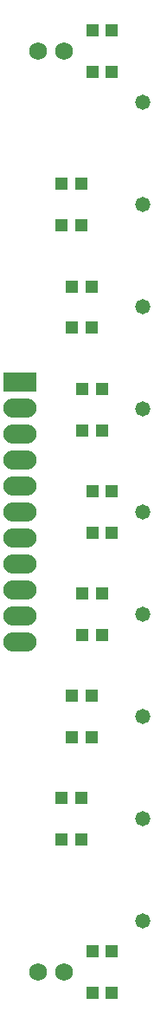
<source format=gbs>
G04 Layer_Color=16711935*
%FSLAX25Y25*%
%MOIN*%
G70*
G01*
G75*
%ADD22C,0.06800*%
%ADD23O,0.12800X0.07300*%
%ADD24R,0.12800X0.07300*%
%ADD25C,0.05800*%
%ADD26R,0.04737X0.05131*%
D22*
X300276Y413386D02*
D03*
X290275Y413385D02*
D03*
X300276Y59055D02*
D03*
X290275Y59055D02*
D03*
D23*
X283465Y246220D02*
D03*
Y236221D02*
D03*
Y226220D02*
D03*
Y206221D02*
D03*
Y216220D02*
D03*
Y276220D02*
D03*
Y256221D02*
D03*
Y266220D02*
D03*
Y196221D02*
D03*
Y186221D02*
D03*
D24*
Y286221D02*
D03*
D25*
X330709Y78740D02*
D03*
Y118110D02*
D03*
Y157480D02*
D03*
Y196850D02*
D03*
Y236221D02*
D03*
Y275591D02*
D03*
Y314961D02*
D03*
Y354331D02*
D03*
Y393701D02*
D03*
D26*
X318779Y51024D02*
D03*
X311260D02*
D03*
X318779Y66969D02*
D03*
X311260D02*
D03*
X306968Y110079D02*
D03*
X299449D02*
D03*
X306968Y126024D02*
D03*
X299449D02*
D03*
X310906Y149449D02*
D03*
X303386D02*
D03*
X310906Y165394D02*
D03*
X303386D02*
D03*
X314843Y188819D02*
D03*
X307323D02*
D03*
X314843Y204764D02*
D03*
X307323D02*
D03*
X310906Y306929D02*
D03*
X303386D02*
D03*
X310906Y322874D02*
D03*
X303386D02*
D03*
X306968Y346299D02*
D03*
X299449D02*
D03*
X306968Y362244D02*
D03*
X299449D02*
D03*
X318779Y405354D02*
D03*
X311260D02*
D03*
X318779Y421299D02*
D03*
X311260D02*
D03*
X318779Y228189D02*
D03*
X311260D02*
D03*
X318779Y244134D02*
D03*
X311260D02*
D03*
X314843Y267559D02*
D03*
X307323D02*
D03*
X314843Y283504D02*
D03*
X307323D02*
D03*
M02*

</source>
